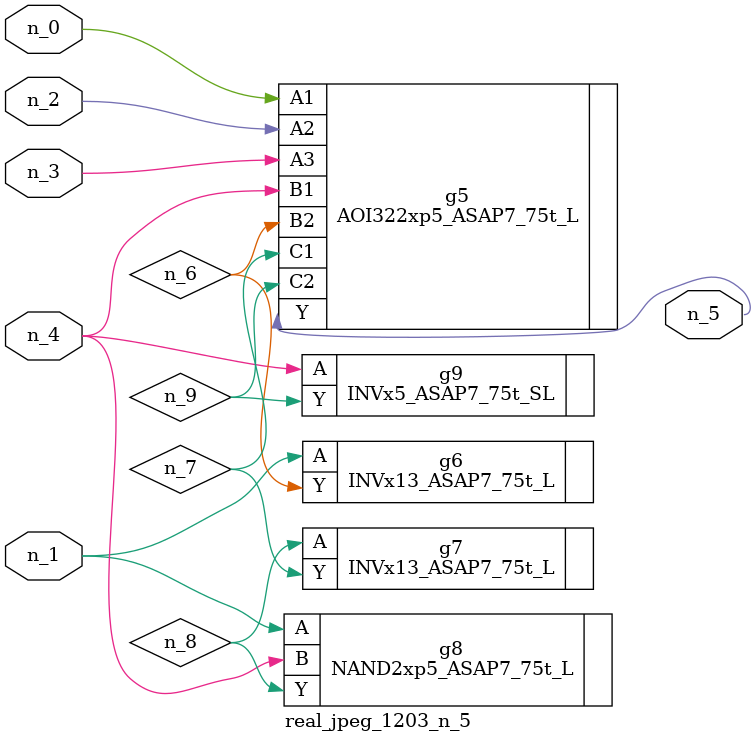
<source format=v>
module real_jpeg_1203_n_5 (n_4, n_0, n_1, n_2, n_3, n_5);

input n_4;
input n_0;
input n_1;
input n_2;
input n_3;

output n_5;

wire n_8;
wire n_6;
wire n_7;
wire n_9;

AOI322xp5_ASAP7_75t_L g5 ( 
.A1(n_0),
.A2(n_2),
.A3(n_3),
.B1(n_4),
.B2(n_6),
.C1(n_7),
.C2(n_9),
.Y(n_5)
);

INVx13_ASAP7_75t_L g6 ( 
.A(n_1),
.Y(n_6)
);

NAND2xp5_ASAP7_75t_L g8 ( 
.A(n_1),
.B(n_4),
.Y(n_8)
);

INVx5_ASAP7_75t_SL g9 ( 
.A(n_4),
.Y(n_9)
);

INVx13_ASAP7_75t_L g7 ( 
.A(n_8),
.Y(n_7)
);


endmodule
</source>
